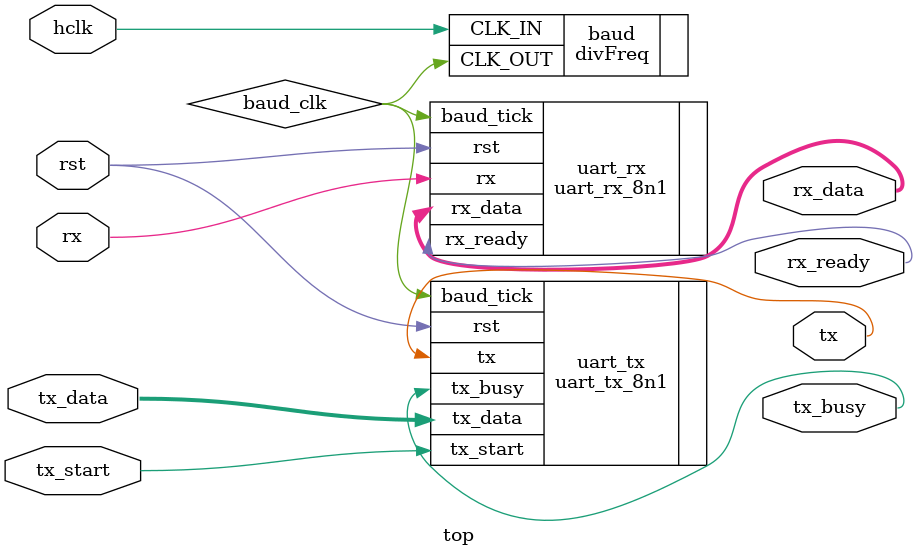
<source format=v>
`include "./divFreq.v"
`include "./uart_rx_8n1.v"
`include "./uart_tx_8n1.v"

module top (
    // Inputs and output ports
    input  wire       hclk,      // Baud tick generado externamente
    input  wire       rst,       // Reset
    input  wire       rx,        // Línea de recepción
    output wire       tx,        // Línea de transmisión
    input  wire [7:0] tx_data,   // Dato a transmitir
    input  wire       tx_start,  // Señal para iniciar transmisión
    output wire       tx_busy,   // Indicador de transmisor ocupado
    output wire [7:0] rx_data,   // Dato recibido
    output wire       rx_ready   // Indicador de dato recibido
);

  // Declaración de señales [reg, wire]
  wire baud_clk;

  // Descripción del comportamiento
`ifdef DEBUG
  assign baud_clk = hclk;
`else
  divFreq #(
      .FREQ_IN (12e6),
      .FREQ_OUT(9600)
  ) baud (
      .CLK_IN (hclk),
      .CLK_OUT(baud_clk),
  );
`endif

  uart_tx_8n1 uart_tx (
      .baud_tick(baud_clk),
      .rst(rst),
      .tx(tx),
      .tx_data(tx_data),
      .tx_start(tx_start),
      .tx_busy(tx_busy)
  );

  uart_rx_8n1 uart_rx (
      .baud_tick(baud_clk),
      .rst(rst),
      .rx(rx),
      .rx_data(rx_data),
      .rx_ready(rx_ready)
  );

endmodule

</source>
